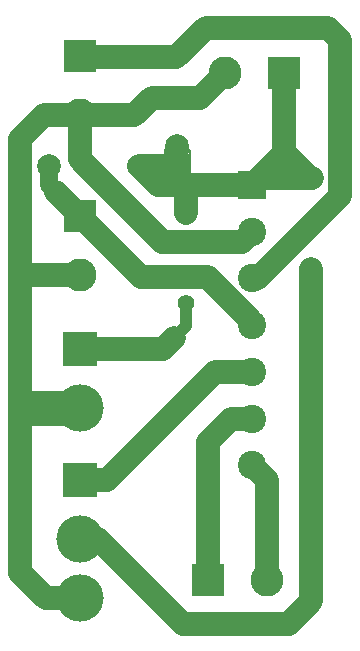
<source format=gbr>
%TF.GenerationSoftware,KiCad,Pcbnew,8.0.5*%
%TF.CreationDate,2024-09-26T12:03:32+03:30*%
%TF.ProjectId,rolup,726f6c75-702e-46b6-9963-61645f706362,rev?*%
%TF.SameCoordinates,Original*%
%TF.FileFunction,Copper,L2,Bot*%
%TF.FilePolarity,Positive*%
%FSLAX46Y46*%
G04 Gerber Fmt 4.6, Leading zero omitted, Abs format (unit mm)*
G04 Created by KiCad (PCBNEW 8.0.5) date 2024-09-26 12:03:32*
%MOMM*%
%LPD*%
G01*
G04 APERTURE LIST*
%TA.AperFunction,ComponentPad*%
%ADD10R,2.800000X2.800000*%
%TD*%
%TA.AperFunction,ComponentPad*%
%ADD11C,2.800000*%
%TD*%
%TA.AperFunction,ComponentPad*%
%ADD12C,1.400000*%
%TD*%
%TA.AperFunction,ComponentPad*%
%ADD13O,1.400000X1.400000*%
%TD*%
%TA.AperFunction,ComponentPad*%
%ADD14C,2.000000*%
%TD*%
%TA.AperFunction,ComponentPad*%
%ADD15R,2.400000X2.400000*%
%TD*%
%TA.AperFunction,ComponentPad*%
%ADD16C,2.400000*%
%TD*%
%TA.AperFunction,ComponentPad*%
%ADD17C,4.000000*%
%TD*%
%TA.AperFunction,ComponentPad*%
%ADD18R,3.000000X3.000000*%
%TD*%
%TA.AperFunction,Conductor*%
%ADD19C,2.000000*%
%TD*%
%TA.AperFunction,Conductor*%
%ADD20C,1.500000*%
%TD*%
%TA.AperFunction,Conductor*%
%ADD21C,1.000000*%
%TD*%
%TA.AperFunction,Conductor*%
%ADD22C,0.200000*%
%TD*%
%TA.AperFunction,Conductor*%
%ADD23C,3.000000*%
%TD*%
G04 APERTURE END LIST*
D10*
%TO.P,J4,1,Pin_1*%
%TO.N,Net-(J4-Pin_1)*%
X31125000Y-67775000D03*
D11*
%TO.P,J4,2,Pin_2*%
%TO.N,GND*%
X31125000Y-72775000D03*
%TD*%
D12*
%TO.P,R4,1*%
%TO.N,Net-(J2-Pin_2)*%
X50750000Y-85710000D03*
D13*
%TO.P,R4,2*%
%TO.N,+5C*%
X50750000Y-78090000D03*
%TD*%
D12*
%TO.P,R1,1*%
%TO.N,Net-(J4-Pin_1)*%
X39350000Y-67765000D03*
D14*
%TO.P,R1,2*%
%TO.N,+5C*%
X39350000Y-75385000D03*
%TD*%
D15*
%TO.P,J6,1,Pin_1*%
%TO.N,+5C*%
X45725000Y-78665000D03*
D16*
%TO.P,J6,2,Pin_2*%
%TO.N,GND*%
X45725000Y-82625000D03*
%TO.P,J6,3,Pin_3*%
%TO.N,Net-(J4-Pin_1)*%
X45725000Y-86585000D03*
%TO.P,J6,4,Pin_4*%
%TO.N,Net-(J5-Pin_1)*%
X45725000Y-90545000D03*
%TO.P,J6,5,Pin_5*%
%TO.N,Net-(J2-Pin_1)*%
X45725000Y-94505000D03*
%TO.P,J6,6,Pin_6*%
%TO.N,Net-(J3-Pin_1)*%
X45725000Y-98465000D03*
%TO.P,J6,7,Pin_7*%
%TO.N,Net-(J3-Pin_2)*%
X45725000Y-102425000D03*
%TD*%
D17*
%TO.P,J1,2,Pin_2*%
%TO.N,GND*%
X31150000Y-97550000D03*
D18*
%TO.P,J1,1,Pin_1*%
%TO.N,Net-(J1-Pin_1)*%
X31150000Y-92550000D03*
%TD*%
D10*
%TO.P,J3,1,Pin_1*%
%TO.N,Net-(J3-Pin_1)*%
X42000000Y-112100000D03*
D11*
%TO.P,J3,2,Pin_2*%
%TO.N,Net-(J3-Pin_2)*%
X47000000Y-112100000D03*
%TD*%
D10*
%TO.P,J7,1,Pin_1*%
%TO.N,+5C*%
X48450000Y-69175000D03*
D11*
%TO.P,J7,2,Pin_2*%
%TO.N,GND*%
X43450000Y-69175000D03*
%TD*%
D12*
%TO.P,R3,1*%
%TO.N,Net-(J1-Pin_1)*%
X40100000Y-88710000D03*
D13*
%TO.P,R3,2*%
%TO.N,+5C*%
X40100000Y-81090000D03*
%TD*%
D14*
%TO.P,R2,2*%
%TO.N,+5C*%
X36135000Y-77075000D03*
%TO.P,R2,1*%
%TO.N,Net-(J5-Pin_1)*%
X28515000Y-77075000D03*
%TD*%
D18*
%TO.P,J2,1,Pin_1*%
%TO.N,Net-(J2-Pin_1)*%
X31150000Y-103650000D03*
D17*
%TO.P,J2,2,Pin_2*%
%TO.N,Net-(J2-Pin_2)*%
X31150000Y-108650000D03*
%TO.P,J2,3,Pin_3*%
%TO.N,GND*%
X31150000Y-113650000D03*
%TD*%
D10*
%TO.P,J5,1,Pin_1*%
%TO.N,Net-(J5-Pin_1)*%
X31140000Y-81285000D03*
D11*
%TO.P,J5,2,Pin_2*%
%TO.N,GND*%
X31140000Y-86285000D03*
%TD*%
D19*
%TO.N,Net-(J2-Pin_2)*%
X50725000Y-85785000D02*
X50725000Y-113925000D01*
X50725000Y-113925000D02*
X48825000Y-115825000D01*
X48825000Y-115825000D02*
X39825000Y-115825000D01*
X39825000Y-115825000D02*
X32650000Y-108650000D01*
X32650000Y-108650000D02*
X31150000Y-108650000D01*
%TO.N,GND*%
X26100000Y-92500000D02*
X26100000Y-111500000D01*
X26100000Y-111500000D02*
X28250000Y-113650000D01*
X28250000Y-113650000D02*
X31150000Y-113650000D01*
X26100000Y-81245000D02*
X26100000Y-86325000D01*
X26100000Y-86325000D02*
X26100000Y-92500000D01*
X26140000Y-86285000D02*
X26100000Y-86325000D01*
X31140000Y-86285000D02*
X26140000Y-86285000D01*
X26700000Y-97550000D02*
X26100000Y-96950000D01*
X26100000Y-92500000D02*
X26100000Y-96950000D01*
%TO.N,Net-(J5-Pin_1)*%
X31140000Y-81285000D02*
X29150000Y-79295000D01*
D20*
X28515000Y-77075000D02*
X28515000Y-78660000D01*
D19*
%TO.N,Net-(J3-Pin_1)*%
X45725000Y-98465000D02*
X43935000Y-98465000D01*
X43935000Y-98465000D02*
X42000000Y-100400000D01*
X42000000Y-100400000D02*
X42000000Y-112100000D01*
%TO.N,GND*%
X43450000Y-69175000D02*
X41300000Y-71325000D01*
X41300000Y-71325000D02*
X37200000Y-71325000D01*
X37200000Y-71325000D02*
X35750000Y-72775000D01*
X35750000Y-72775000D02*
X31125000Y-72775000D01*
X45725000Y-82625000D02*
X44875000Y-83475000D01*
X44875000Y-83475000D02*
X38125000Y-83475000D01*
X38125000Y-83475000D02*
X31125000Y-76475000D01*
X28100000Y-72775000D02*
X26100000Y-74775000D01*
X31125000Y-72775000D02*
X28100000Y-72775000D01*
X31125000Y-76475000D02*
X31125000Y-72775000D01*
X45725000Y-82625000D02*
X45725000Y-82622538D01*
X26100000Y-74775000D02*
X26100000Y-81245000D01*
%TO.N,Net-(J1-Pin_1)*%
X38200000Y-92550000D02*
X31150000Y-92550000D01*
X39125000Y-91625000D02*
X38200000Y-92550000D01*
D21*
X40100000Y-90650000D02*
X39125000Y-91625000D01*
X40100000Y-88710000D02*
X40100000Y-90650000D01*
D19*
%TO.N,Net-(J3-Pin_2)*%
X47000000Y-112100000D02*
X47000000Y-103700000D01*
X47000000Y-103700000D02*
X45725000Y-102425000D01*
%TO.N,Net-(J4-Pin_1)*%
X53175000Y-79600000D02*
X53175000Y-66375000D01*
X53175000Y-66375000D02*
X52150000Y-65350000D01*
X41790000Y-65350000D02*
X39350000Y-67790000D01*
D21*
X39335000Y-67775000D02*
X39350000Y-67790000D01*
D19*
X45725000Y-86585000D02*
X46190000Y-86585000D01*
X52150000Y-65350000D02*
X41790000Y-65350000D01*
X46190000Y-86585000D02*
X53175000Y-79600000D01*
D21*
X31125000Y-67775000D02*
X39335000Y-67775000D01*
D19*
X31350000Y-67825000D02*
X39315000Y-67825000D01*
X39315000Y-67825000D02*
X39350000Y-67790000D01*
%TO.N,Net-(J5-Pin_1)*%
X41975000Y-86500000D02*
X45725000Y-90250000D01*
X45725000Y-90250000D02*
X45725000Y-90545000D01*
X31140000Y-81285000D02*
X31140000Y-81290000D01*
X36350000Y-86500000D02*
X41975000Y-86500000D01*
X31140000Y-81290000D02*
X36350000Y-86500000D01*
%TO.N,+5C*%
X50600000Y-78090000D02*
X48450000Y-75940000D01*
X48450000Y-75940000D02*
X45725000Y-78665000D01*
D22*
X38650000Y-75000000D02*
X38525000Y-75125000D01*
X38860000Y-75410000D02*
X38675000Y-75225000D01*
X38987500Y-74662500D02*
X39025000Y-74700000D01*
D19*
X39350000Y-78665000D02*
X39350000Y-76875000D01*
D22*
X38987500Y-74662500D02*
X38650000Y-75000000D01*
D19*
X39150000Y-77075000D02*
X39350000Y-76875000D01*
D22*
X39625000Y-75925000D02*
X39350000Y-76200000D01*
X38362500Y-75712500D02*
X38862500Y-75712500D01*
X39865000Y-75410000D02*
X40025000Y-75250000D01*
D19*
X36135000Y-77075000D02*
X38325000Y-77075000D01*
X40100000Y-78665000D02*
X39350000Y-78665000D01*
D22*
X40425000Y-75925000D02*
X39625000Y-75925000D01*
D19*
X45725000Y-78665000D02*
X40425000Y-78665000D01*
D22*
X40175000Y-75125000D02*
X40175000Y-75525000D01*
D19*
X50750000Y-78090000D02*
X50600000Y-78090000D01*
D22*
X38987500Y-74662500D02*
X39125000Y-74525000D01*
X39350000Y-75410000D02*
X39350000Y-76200000D01*
X38525000Y-75125000D02*
X38525000Y-75425000D01*
D19*
X48450000Y-69175000D02*
X48450000Y-75940000D01*
D22*
X40010000Y-75410000D02*
X40025000Y-75425000D01*
X39060000Y-75410000D02*
X38650000Y-75000000D01*
X38525000Y-75550000D02*
X38362500Y-75712500D01*
X40325000Y-75775000D02*
X40425000Y-75775000D01*
D19*
X40100000Y-81090000D02*
X40100000Y-78665000D01*
D22*
X39025000Y-74700000D02*
X39575000Y-74700000D01*
X39350000Y-75410000D02*
X39060000Y-75410000D01*
X39350000Y-75410000D02*
X38540000Y-75410000D01*
X40425000Y-75925000D02*
X40425000Y-78665000D01*
D19*
X39350000Y-78665000D02*
X37725000Y-78665000D01*
D22*
X39690000Y-75410000D02*
X39975000Y-75125000D01*
D19*
X46300000Y-78090000D02*
X45725000Y-78665000D01*
D22*
X38325000Y-75750000D02*
X38325000Y-77075000D01*
X39350000Y-76200000D02*
X39900000Y-76200000D01*
D19*
X39350000Y-76875000D02*
X39350000Y-76200000D01*
X50750000Y-78090000D02*
X46300000Y-78090000D01*
D22*
X38540000Y-75410000D02*
X38525000Y-75425000D01*
X38525000Y-75425000D02*
X38525000Y-75550000D01*
X39125000Y-74525000D02*
X39575000Y-74525000D01*
D19*
X40425000Y-78665000D02*
X40100000Y-78665000D01*
D22*
X40425000Y-75775000D02*
X40425000Y-75925000D01*
X39350000Y-75125000D02*
X39650000Y-74825000D01*
X38362500Y-75712500D02*
X38325000Y-75750000D01*
X39900000Y-76200000D02*
X40325000Y-75775000D01*
X40175000Y-75525000D02*
X40425000Y-75775000D01*
D19*
X38325000Y-77075000D02*
X39150000Y-77075000D01*
D22*
X39350000Y-75175000D02*
X39000000Y-74825000D01*
D19*
X37725000Y-78665000D02*
X36135000Y-77075000D01*
D22*
X38862500Y-75712500D02*
X39350000Y-76200000D01*
X39575000Y-74525000D02*
X40175000Y-75125000D01*
D19*
%TO.N,Net-(J2-Pin_1)*%
X33447006Y-103650000D02*
X31150000Y-103650000D01*
X42592006Y-94505000D02*
X33447006Y-103650000D01*
X45725000Y-94505000D02*
X42592006Y-94505000D01*
D20*
%TO.N,Net-(J2-Pin_2)*%
X31150000Y-108650000D02*
X31150000Y-108875000D01*
D23*
%TO.N,GND*%
X31150000Y-97550000D02*
X26700000Y-97550000D01*
%TD*%
M02*

</source>
